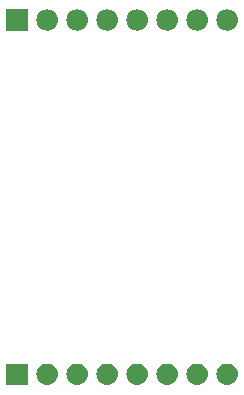
<source format=gbr>
G04 #@! TF.GenerationSoftware,KiCad,Pcbnew,(5.1.2)-2*
G04 #@! TF.CreationDate,2019-06-12T22:46:05+02:00*
G04 #@! TF.ProjectId,TLC5954-Eval,544c4335-3935-4342-9d45-76616c2e6b69,rev?*
G04 #@! TF.SameCoordinates,Original*
G04 #@! TF.FileFunction,Soldermask,Bot*
G04 #@! TF.FilePolarity,Negative*
%FSLAX46Y46*%
G04 Gerber Fmt 4.6, Leading zero omitted, Abs format (unit mm)*
G04 Created by KiCad (PCBNEW (5.1.2)-2) date 2019-06-12 22:46:05*
%MOMM*%
%LPD*%
G04 APERTURE LIST*
%ADD10C,0.100000*%
G04 APERTURE END LIST*
D10*
G36*
X104416431Y-120113023D02*
G01*
X104541939Y-120151096D01*
X104586085Y-120164487D01*
X104742431Y-120248056D01*
X104879475Y-120360525D01*
X104991944Y-120497569D01*
X105075513Y-120653915D01*
X105075514Y-120653919D01*
X105126977Y-120823569D01*
X105144354Y-121000000D01*
X105126977Y-121176431D01*
X105088904Y-121301939D01*
X105075513Y-121346085D01*
X104991944Y-121502431D01*
X104879475Y-121639475D01*
X104742431Y-121751944D01*
X104586085Y-121835513D01*
X104541939Y-121848904D01*
X104416431Y-121886977D01*
X104284207Y-121900000D01*
X104195793Y-121900000D01*
X104063569Y-121886977D01*
X103938061Y-121848904D01*
X103893915Y-121835513D01*
X103737569Y-121751944D01*
X103600525Y-121639475D01*
X103488056Y-121502431D01*
X103404487Y-121346085D01*
X103391096Y-121301939D01*
X103353023Y-121176431D01*
X103335646Y-121000000D01*
X103353023Y-120823569D01*
X103404486Y-120653919D01*
X103404487Y-120653915D01*
X103488056Y-120497569D01*
X103600525Y-120360525D01*
X103737569Y-120248056D01*
X103893915Y-120164487D01*
X103938061Y-120151096D01*
X104063569Y-120113023D01*
X104195793Y-120100000D01*
X104284207Y-120100000D01*
X104416431Y-120113023D01*
X104416431Y-120113023D01*
G37*
G36*
X89900000Y-121900000D02*
G01*
X88100000Y-121900000D01*
X88100000Y-120100000D01*
X89900000Y-120100000D01*
X89900000Y-121900000D01*
X89900000Y-121900000D01*
G37*
G36*
X91716431Y-120113023D02*
G01*
X91841939Y-120151096D01*
X91886085Y-120164487D01*
X92042431Y-120248056D01*
X92179475Y-120360525D01*
X92291944Y-120497569D01*
X92375513Y-120653915D01*
X92375514Y-120653919D01*
X92426977Y-120823569D01*
X92444354Y-121000000D01*
X92426977Y-121176431D01*
X92388904Y-121301939D01*
X92375513Y-121346085D01*
X92291944Y-121502431D01*
X92179475Y-121639475D01*
X92042431Y-121751944D01*
X91886085Y-121835513D01*
X91841939Y-121848904D01*
X91716431Y-121886977D01*
X91584207Y-121900000D01*
X91495793Y-121900000D01*
X91363569Y-121886977D01*
X91238061Y-121848904D01*
X91193915Y-121835513D01*
X91037569Y-121751944D01*
X90900525Y-121639475D01*
X90788056Y-121502431D01*
X90704487Y-121346085D01*
X90691096Y-121301939D01*
X90653023Y-121176431D01*
X90635646Y-121000000D01*
X90653023Y-120823569D01*
X90704486Y-120653919D01*
X90704487Y-120653915D01*
X90788056Y-120497569D01*
X90900525Y-120360525D01*
X91037569Y-120248056D01*
X91193915Y-120164487D01*
X91238061Y-120151096D01*
X91363569Y-120113023D01*
X91495793Y-120100000D01*
X91584207Y-120100000D01*
X91716431Y-120113023D01*
X91716431Y-120113023D01*
G37*
G36*
X94256431Y-120113023D02*
G01*
X94381939Y-120151096D01*
X94426085Y-120164487D01*
X94582431Y-120248056D01*
X94719475Y-120360525D01*
X94831944Y-120497569D01*
X94915513Y-120653915D01*
X94915514Y-120653919D01*
X94966977Y-120823569D01*
X94984354Y-121000000D01*
X94966977Y-121176431D01*
X94928904Y-121301939D01*
X94915513Y-121346085D01*
X94831944Y-121502431D01*
X94719475Y-121639475D01*
X94582431Y-121751944D01*
X94426085Y-121835513D01*
X94381939Y-121848904D01*
X94256431Y-121886977D01*
X94124207Y-121900000D01*
X94035793Y-121900000D01*
X93903569Y-121886977D01*
X93778061Y-121848904D01*
X93733915Y-121835513D01*
X93577569Y-121751944D01*
X93440525Y-121639475D01*
X93328056Y-121502431D01*
X93244487Y-121346085D01*
X93231096Y-121301939D01*
X93193023Y-121176431D01*
X93175646Y-121000000D01*
X93193023Y-120823569D01*
X93244486Y-120653919D01*
X93244487Y-120653915D01*
X93328056Y-120497569D01*
X93440525Y-120360525D01*
X93577569Y-120248056D01*
X93733915Y-120164487D01*
X93778061Y-120151096D01*
X93903569Y-120113023D01*
X94035793Y-120100000D01*
X94124207Y-120100000D01*
X94256431Y-120113023D01*
X94256431Y-120113023D01*
G37*
G36*
X96796431Y-120113023D02*
G01*
X96921939Y-120151096D01*
X96966085Y-120164487D01*
X97122431Y-120248056D01*
X97259475Y-120360525D01*
X97371944Y-120497569D01*
X97455513Y-120653915D01*
X97455514Y-120653919D01*
X97506977Y-120823569D01*
X97524354Y-121000000D01*
X97506977Y-121176431D01*
X97468904Y-121301939D01*
X97455513Y-121346085D01*
X97371944Y-121502431D01*
X97259475Y-121639475D01*
X97122431Y-121751944D01*
X96966085Y-121835513D01*
X96921939Y-121848904D01*
X96796431Y-121886977D01*
X96664207Y-121900000D01*
X96575793Y-121900000D01*
X96443569Y-121886977D01*
X96318061Y-121848904D01*
X96273915Y-121835513D01*
X96117569Y-121751944D01*
X95980525Y-121639475D01*
X95868056Y-121502431D01*
X95784487Y-121346085D01*
X95771096Y-121301939D01*
X95733023Y-121176431D01*
X95715646Y-121000000D01*
X95733023Y-120823569D01*
X95784486Y-120653919D01*
X95784487Y-120653915D01*
X95868056Y-120497569D01*
X95980525Y-120360525D01*
X96117569Y-120248056D01*
X96273915Y-120164487D01*
X96318061Y-120151096D01*
X96443569Y-120113023D01*
X96575793Y-120100000D01*
X96664207Y-120100000D01*
X96796431Y-120113023D01*
X96796431Y-120113023D01*
G37*
G36*
X99336431Y-120113023D02*
G01*
X99461939Y-120151096D01*
X99506085Y-120164487D01*
X99662431Y-120248056D01*
X99799475Y-120360525D01*
X99911944Y-120497569D01*
X99995513Y-120653915D01*
X99995514Y-120653919D01*
X100046977Y-120823569D01*
X100064354Y-121000000D01*
X100046977Y-121176431D01*
X100008904Y-121301939D01*
X99995513Y-121346085D01*
X99911944Y-121502431D01*
X99799475Y-121639475D01*
X99662431Y-121751944D01*
X99506085Y-121835513D01*
X99461939Y-121848904D01*
X99336431Y-121886977D01*
X99204207Y-121900000D01*
X99115793Y-121900000D01*
X98983569Y-121886977D01*
X98858061Y-121848904D01*
X98813915Y-121835513D01*
X98657569Y-121751944D01*
X98520525Y-121639475D01*
X98408056Y-121502431D01*
X98324487Y-121346085D01*
X98311096Y-121301939D01*
X98273023Y-121176431D01*
X98255646Y-121000000D01*
X98273023Y-120823569D01*
X98324486Y-120653919D01*
X98324487Y-120653915D01*
X98408056Y-120497569D01*
X98520525Y-120360525D01*
X98657569Y-120248056D01*
X98813915Y-120164487D01*
X98858061Y-120151096D01*
X98983569Y-120113023D01*
X99115793Y-120100000D01*
X99204207Y-120100000D01*
X99336431Y-120113023D01*
X99336431Y-120113023D01*
G37*
G36*
X101876431Y-120113023D02*
G01*
X102001939Y-120151096D01*
X102046085Y-120164487D01*
X102202431Y-120248056D01*
X102339475Y-120360525D01*
X102451944Y-120497569D01*
X102535513Y-120653915D01*
X102535514Y-120653919D01*
X102586977Y-120823569D01*
X102604354Y-121000000D01*
X102586977Y-121176431D01*
X102548904Y-121301939D01*
X102535513Y-121346085D01*
X102451944Y-121502431D01*
X102339475Y-121639475D01*
X102202431Y-121751944D01*
X102046085Y-121835513D01*
X102001939Y-121848904D01*
X101876431Y-121886977D01*
X101744207Y-121900000D01*
X101655793Y-121900000D01*
X101523569Y-121886977D01*
X101398061Y-121848904D01*
X101353915Y-121835513D01*
X101197569Y-121751944D01*
X101060525Y-121639475D01*
X100948056Y-121502431D01*
X100864487Y-121346085D01*
X100851096Y-121301939D01*
X100813023Y-121176431D01*
X100795646Y-121000000D01*
X100813023Y-120823569D01*
X100864486Y-120653919D01*
X100864487Y-120653915D01*
X100948056Y-120497569D01*
X101060525Y-120360525D01*
X101197569Y-120248056D01*
X101353915Y-120164487D01*
X101398061Y-120151096D01*
X101523569Y-120113023D01*
X101655793Y-120100000D01*
X101744207Y-120100000D01*
X101876431Y-120113023D01*
X101876431Y-120113023D01*
G37*
G36*
X106956431Y-120113023D02*
G01*
X107081939Y-120151096D01*
X107126085Y-120164487D01*
X107282431Y-120248056D01*
X107419475Y-120360525D01*
X107531944Y-120497569D01*
X107615513Y-120653915D01*
X107615514Y-120653919D01*
X107666977Y-120823569D01*
X107684354Y-121000000D01*
X107666977Y-121176431D01*
X107628904Y-121301939D01*
X107615513Y-121346085D01*
X107531944Y-121502431D01*
X107419475Y-121639475D01*
X107282431Y-121751944D01*
X107126085Y-121835513D01*
X107081939Y-121848904D01*
X106956431Y-121886977D01*
X106824207Y-121900000D01*
X106735793Y-121900000D01*
X106603569Y-121886977D01*
X106478061Y-121848904D01*
X106433915Y-121835513D01*
X106277569Y-121751944D01*
X106140525Y-121639475D01*
X106028056Y-121502431D01*
X105944487Y-121346085D01*
X105931096Y-121301939D01*
X105893023Y-121176431D01*
X105875646Y-121000000D01*
X105893023Y-120823569D01*
X105944486Y-120653919D01*
X105944487Y-120653915D01*
X106028056Y-120497569D01*
X106140525Y-120360525D01*
X106277569Y-120248056D01*
X106433915Y-120164487D01*
X106478061Y-120151096D01*
X106603569Y-120113023D01*
X106735793Y-120100000D01*
X106824207Y-120100000D01*
X106956431Y-120113023D01*
X106956431Y-120113023D01*
G37*
G36*
X89900000Y-91900000D02*
G01*
X88100000Y-91900000D01*
X88100000Y-90100000D01*
X89900000Y-90100000D01*
X89900000Y-91900000D01*
X89900000Y-91900000D01*
G37*
G36*
X104416431Y-90113023D02*
G01*
X104541939Y-90151096D01*
X104586085Y-90164487D01*
X104742431Y-90248056D01*
X104879475Y-90360525D01*
X104991944Y-90497569D01*
X105075513Y-90653915D01*
X105075514Y-90653919D01*
X105126977Y-90823569D01*
X105144354Y-91000000D01*
X105126977Y-91176431D01*
X105088904Y-91301939D01*
X105075513Y-91346085D01*
X104991944Y-91502431D01*
X104879475Y-91639475D01*
X104742431Y-91751944D01*
X104586085Y-91835513D01*
X104541939Y-91848904D01*
X104416431Y-91886977D01*
X104284207Y-91900000D01*
X104195793Y-91900000D01*
X104063569Y-91886977D01*
X103938061Y-91848904D01*
X103893915Y-91835513D01*
X103737569Y-91751944D01*
X103600525Y-91639475D01*
X103488056Y-91502431D01*
X103404487Y-91346085D01*
X103391096Y-91301939D01*
X103353023Y-91176431D01*
X103335646Y-91000000D01*
X103353023Y-90823569D01*
X103404486Y-90653919D01*
X103404487Y-90653915D01*
X103488056Y-90497569D01*
X103600525Y-90360525D01*
X103737569Y-90248056D01*
X103893915Y-90164487D01*
X103938061Y-90151096D01*
X104063569Y-90113023D01*
X104195793Y-90100000D01*
X104284207Y-90100000D01*
X104416431Y-90113023D01*
X104416431Y-90113023D01*
G37*
G36*
X91716431Y-90113023D02*
G01*
X91841939Y-90151096D01*
X91886085Y-90164487D01*
X92042431Y-90248056D01*
X92179475Y-90360525D01*
X92291944Y-90497569D01*
X92375513Y-90653915D01*
X92375514Y-90653919D01*
X92426977Y-90823569D01*
X92444354Y-91000000D01*
X92426977Y-91176431D01*
X92388904Y-91301939D01*
X92375513Y-91346085D01*
X92291944Y-91502431D01*
X92179475Y-91639475D01*
X92042431Y-91751944D01*
X91886085Y-91835513D01*
X91841939Y-91848904D01*
X91716431Y-91886977D01*
X91584207Y-91900000D01*
X91495793Y-91900000D01*
X91363569Y-91886977D01*
X91238061Y-91848904D01*
X91193915Y-91835513D01*
X91037569Y-91751944D01*
X90900525Y-91639475D01*
X90788056Y-91502431D01*
X90704487Y-91346085D01*
X90691096Y-91301939D01*
X90653023Y-91176431D01*
X90635646Y-91000000D01*
X90653023Y-90823569D01*
X90704486Y-90653919D01*
X90704487Y-90653915D01*
X90788056Y-90497569D01*
X90900525Y-90360525D01*
X91037569Y-90248056D01*
X91193915Y-90164487D01*
X91238061Y-90151096D01*
X91363569Y-90113023D01*
X91495793Y-90100000D01*
X91584207Y-90100000D01*
X91716431Y-90113023D01*
X91716431Y-90113023D01*
G37*
G36*
X94256431Y-90113023D02*
G01*
X94381939Y-90151096D01*
X94426085Y-90164487D01*
X94582431Y-90248056D01*
X94719475Y-90360525D01*
X94831944Y-90497569D01*
X94915513Y-90653915D01*
X94915514Y-90653919D01*
X94966977Y-90823569D01*
X94984354Y-91000000D01*
X94966977Y-91176431D01*
X94928904Y-91301939D01*
X94915513Y-91346085D01*
X94831944Y-91502431D01*
X94719475Y-91639475D01*
X94582431Y-91751944D01*
X94426085Y-91835513D01*
X94381939Y-91848904D01*
X94256431Y-91886977D01*
X94124207Y-91900000D01*
X94035793Y-91900000D01*
X93903569Y-91886977D01*
X93778061Y-91848904D01*
X93733915Y-91835513D01*
X93577569Y-91751944D01*
X93440525Y-91639475D01*
X93328056Y-91502431D01*
X93244487Y-91346085D01*
X93231096Y-91301939D01*
X93193023Y-91176431D01*
X93175646Y-91000000D01*
X93193023Y-90823569D01*
X93244486Y-90653919D01*
X93244487Y-90653915D01*
X93328056Y-90497569D01*
X93440525Y-90360525D01*
X93577569Y-90248056D01*
X93733915Y-90164487D01*
X93778061Y-90151096D01*
X93903569Y-90113023D01*
X94035793Y-90100000D01*
X94124207Y-90100000D01*
X94256431Y-90113023D01*
X94256431Y-90113023D01*
G37*
G36*
X96796431Y-90113023D02*
G01*
X96921939Y-90151096D01*
X96966085Y-90164487D01*
X97122431Y-90248056D01*
X97259475Y-90360525D01*
X97371944Y-90497569D01*
X97455513Y-90653915D01*
X97455514Y-90653919D01*
X97506977Y-90823569D01*
X97524354Y-91000000D01*
X97506977Y-91176431D01*
X97468904Y-91301939D01*
X97455513Y-91346085D01*
X97371944Y-91502431D01*
X97259475Y-91639475D01*
X97122431Y-91751944D01*
X96966085Y-91835513D01*
X96921939Y-91848904D01*
X96796431Y-91886977D01*
X96664207Y-91900000D01*
X96575793Y-91900000D01*
X96443569Y-91886977D01*
X96318061Y-91848904D01*
X96273915Y-91835513D01*
X96117569Y-91751944D01*
X95980525Y-91639475D01*
X95868056Y-91502431D01*
X95784487Y-91346085D01*
X95771096Y-91301939D01*
X95733023Y-91176431D01*
X95715646Y-91000000D01*
X95733023Y-90823569D01*
X95784486Y-90653919D01*
X95784487Y-90653915D01*
X95868056Y-90497569D01*
X95980525Y-90360525D01*
X96117569Y-90248056D01*
X96273915Y-90164487D01*
X96318061Y-90151096D01*
X96443569Y-90113023D01*
X96575793Y-90100000D01*
X96664207Y-90100000D01*
X96796431Y-90113023D01*
X96796431Y-90113023D01*
G37*
G36*
X99336431Y-90113023D02*
G01*
X99461939Y-90151096D01*
X99506085Y-90164487D01*
X99662431Y-90248056D01*
X99799475Y-90360525D01*
X99911944Y-90497569D01*
X99995513Y-90653915D01*
X99995514Y-90653919D01*
X100046977Y-90823569D01*
X100064354Y-91000000D01*
X100046977Y-91176431D01*
X100008904Y-91301939D01*
X99995513Y-91346085D01*
X99911944Y-91502431D01*
X99799475Y-91639475D01*
X99662431Y-91751944D01*
X99506085Y-91835513D01*
X99461939Y-91848904D01*
X99336431Y-91886977D01*
X99204207Y-91900000D01*
X99115793Y-91900000D01*
X98983569Y-91886977D01*
X98858061Y-91848904D01*
X98813915Y-91835513D01*
X98657569Y-91751944D01*
X98520525Y-91639475D01*
X98408056Y-91502431D01*
X98324487Y-91346085D01*
X98311096Y-91301939D01*
X98273023Y-91176431D01*
X98255646Y-91000000D01*
X98273023Y-90823569D01*
X98324486Y-90653919D01*
X98324487Y-90653915D01*
X98408056Y-90497569D01*
X98520525Y-90360525D01*
X98657569Y-90248056D01*
X98813915Y-90164487D01*
X98858061Y-90151096D01*
X98983569Y-90113023D01*
X99115793Y-90100000D01*
X99204207Y-90100000D01*
X99336431Y-90113023D01*
X99336431Y-90113023D01*
G37*
G36*
X101876431Y-90113023D02*
G01*
X102001939Y-90151096D01*
X102046085Y-90164487D01*
X102202431Y-90248056D01*
X102339475Y-90360525D01*
X102451944Y-90497569D01*
X102535513Y-90653915D01*
X102535514Y-90653919D01*
X102586977Y-90823569D01*
X102604354Y-91000000D01*
X102586977Y-91176431D01*
X102548904Y-91301939D01*
X102535513Y-91346085D01*
X102451944Y-91502431D01*
X102339475Y-91639475D01*
X102202431Y-91751944D01*
X102046085Y-91835513D01*
X102001939Y-91848904D01*
X101876431Y-91886977D01*
X101744207Y-91900000D01*
X101655793Y-91900000D01*
X101523569Y-91886977D01*
X101398061Y-91848904D01*
X101353915Y-91835513D01*
X101197569Y-91751944D01*
X101060525Y-91639475D01*
X100948056Y-91502431D01*
X100864487Y-91346085D01*
X100851096Y-91301939D01*
X100813023Y-91176431D01*
X100795646Y-91000000D01*
X100813023Y-90823569D01*
X100864486Y-90653919D01*
X100864487Y-90653915D01*
X100948056Y-90497569D01*
X101060525Y-90360525D01*
X101197569Y-90248056D01*
X101353915Y-90164487D01*
X101398061Y-90151096D01*
X101523569Y-90113023D01*
X101655793Y-90100000D01*
X101744207Y-90100000D01*
X101876431Y-90113023D01*
X101876431Y-90113023D01*
G37*
G36*
X106956431Y-90113023D02*
G01*
X107081939Y-90151096D01*
X107126085Y-90164487D01*
X107282431Y-90248056D01*
X107419475Y-90360525D01*
X107531944Y-90497569D01*
X107615513Y-90653915D01*
X107615514Y-90653919D01*
X107666977Y-90823569D01*
X107684354Y-91000000D01*
X107666977Y-91176431D01*
X107628904Y-91301939D01*
X107615513Y-91346085D01*
X107531944Y-91502431D01*
X107419475Y-91639475D01*
X107282431Y-91751944D01*
X107126085Y-91835513D01*
X107081939Y-91848904D01*
X106956431Y-91886977D01*
X106824207Y-91900000D01*
X106735793Y-91900000D01*
X106603569Y-91886977D01*
X106478061Y-91848904D01*
X106433915Y-91835513D01*
X106277569Y-91751944D01*
X106140525Y-91639475D01*
X106028056Y-91502431D01*
X105944487Y-91346085D01*
X105931096Y-91301939D01*
X105893023Y-91176431D01*
X105875646Y-91000000D01*
X105893023Y-90823569D01*
X105944486Y-90653919D01*
X105944487Y-90653915D01*
X106028056Y-90497569D01*
X106140525Y-90360525D01*
X106277569Y-90248056D01*
X106433915Y-90164487D01*
X106478061Y-90151096D01*
X106603569Y-90113023D01*
X106735793Y-90100000D01*
X106824207Y-90100000D01*
X106956431Y-90113023D01*
X106956431Y-90113023D01*
G37*
M02*

</source>
